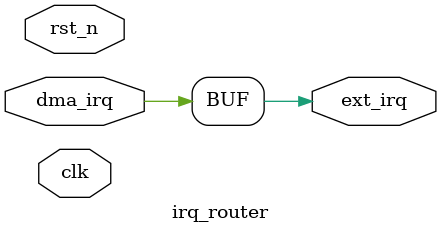
<source format=v>
module irq_router(
    input  clk,
    input  rst_n,
    input  dma_irq,
    output ext_irq
);
    // TODO: route/aggregate IRQ sources. For now, pass through DMA IRQ.

    assign ext_irq = dma_irq;
endmodule

</source>
